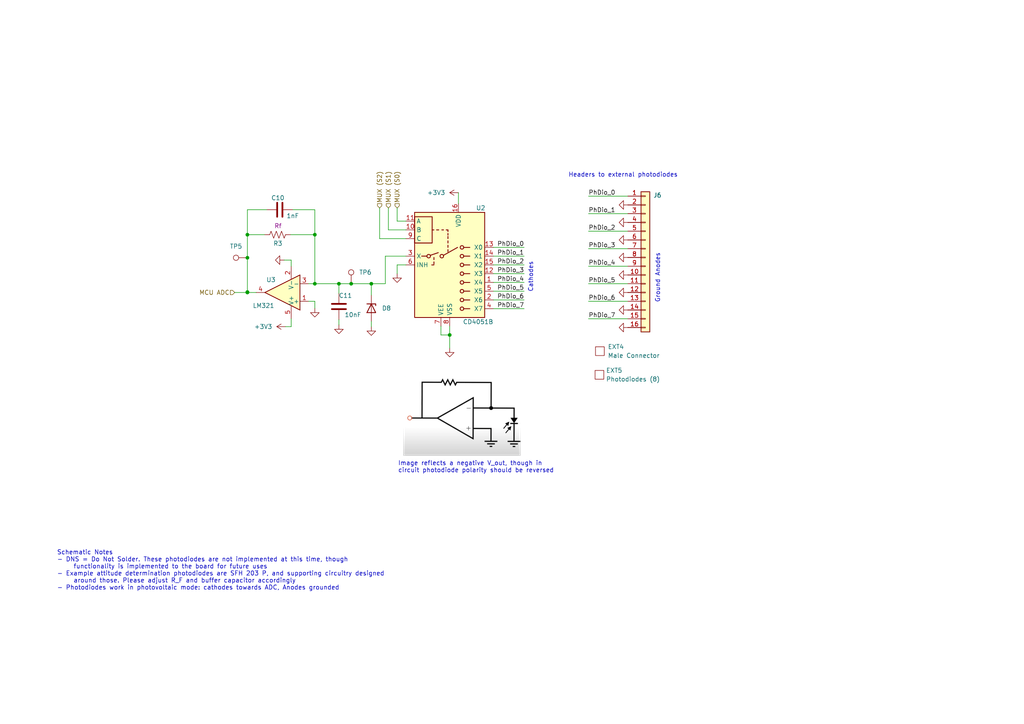
<source format=kicad_sch>
(kicad_sch (version 20211123) (generator eeschema)
  (paper "A4")
  (title_block (title "CubeSat SADA - Main") (date "2023-04-07") (rev "V1.0") (company "Cal Poly, SLO"))
  (lib_symbols
    (symbol "0_custom:{lt}name{gt}"
      (property "Reference" "EXT" (at -1.27 2.54 0))
      (property "Value" "{lt}name{gt}" (at 0 -2.54 0))
      (symbol "{lt}name{gt}_0_1"
        (rectangle (start -1.27 1.27) (end 1.27 -1.27))
      )
    )
    (symbol "Amplifier_Operational:LMV321" (pin_names (offset 0.127))
      (property "Reference" "U" (at 0 5.08 0))
      (property "Value" "LMV321" (at 0 -5.08 0))
      (symbol "LMV321_0_1"
        (polyline (pts (xy -5.08 5.08) (xy 5.08 0) (xy -5.08 -5.08) (xy -5.08 5.08)) (stroke (width 0.254)) (fill (type background)))
        (pin power_in line (at -2.54 -7.62 90) (length 3.81) (name "V-") (number "2"))
        (pin power_in line (at -2.54 7.62 270) (length 3.81) (name "V+") (number "5"))
      )
      (symbol "LMV321_1_1"
        (pin input line (at -7.62 2.54 0) (length 2.54) (name "+") (number "1"))
        (pin input line (at -7.62 -2.54 0) (length 2.54) (name "-") (number "3"))
        (pin output line (at 7.62 0 180) (length 2.54) (name "~") (number "4"))
      )
    )
    (symbol "Analog_Switch:CD4051B"
      (property "Reference" "U" (at -10.16 16.51 0))
      (property "Value" "CD4051B" (at 3.81 16.51 0))
      (symbol "CD4051B_0_1"
        (rectangle (start -10.16 6.35) (end -5.08 13.97) (stroke (width 0.254)))
        (rectangle (start -10.16 15.24) (end 10.16 -15.24) (stroke (width 0.254)) (fill (type background)))
        (circle (center -6.096 2.54) (radius 0.508) (stroke (width 0.254)))
        (circle (center -2.286 2.54) (radius 0.508) (stroke (width 0.254)))
        (polyline (pts (xy -8.128 2.54) (xy -6.604 2.54)) (stroke (width 0.254)))
        (polyline (pts (xy -5.588 2.794) (xy -3.302 3.556)) (stroke (width 0.254)))
        (polyline (pts (xy -4.572 0) (xy -5.207 0)) (stroke (width 0.254)))
        (polyline (pts (xy -4.572 0.254) (xy -4.572 0.889)) (stroke (width 0.254)))
        (polyline (pts (xy -4.572 1.524) (xy -4.572 2.159)) (stroke (width 0.254)))
        (polyline (pts (xy -4.572 10.16) (xy -5.08 10.16)) (stroke (width 0.254)))
        (polyline (pts (xy -3.81 10.16) (xy -3.175 10.16)) (stroke (width 0.254)))
        (polyline (pts (xy -1.778 2.794) (xy 2.286 5.08)) (stroke (width 0.254)))
        (polyline (pts (xy -1.778 10.16) (xy -2.286 10.16)) (stroke (width 0.254)))
        (polyline (pts (xy -0.508 3.81) (xy -0.508 4.445)) (stroke (width 0.254)))
        (polyline (pts (xy -0.508 5.08) (xy -0.508 5.715)) (stroke (width 0.254)))
        (polyline (pts (xy -0.508 6.35) (xy -0.508 6.985)) (stroke (width 0.254)))
        (polyline (pts (xy -0.508 7.62) (xy -0.508 8.255)) (stroke (width 0.254)))
        (polyline (pts (xy -0.508 8.636) (xy -0.508 9.144)) (stroke (width 0.254)))
        (polyline (pts (xy -0.508 9.652) (xy -0.508 10.16)) (stroke (width 0.254)))
        (polyline (pts (xy -0.508 10.16) (xy -1.016 10.16)) (stroke (width 0.254)))
        (polyline (pts (xy 4.064 -12.7) (xy 5.842 -12.7)) (stroke (width 0.254)))
        (polyline (pts (xy 4.064 -10.16) (xy 5.842 -10.16)) (stroke (width 0.254)))
        (polyline (pts (xy 4.064 -7.62) (xy 5.842 -7.62)) (stroke (width 0.254)))
        (polyline (pts (xy 4.064 -5.08) (xy 5.842 -5.08)) (stroke (width 0.254)))
        (polyline (pts (xy 4.064 -2.54) (xy 5.842 -2.54)) (stroke (width 0.254)))
        (polyline (pts (xy 4.064 0) (xy 5.842 0)) (stroke (width 0.254)))
        (polyline (pts (xy 4.064 2.54) (xy 5.842 2.54)) (stroke (width 0.254)))
        (polyline (pts (xy 4.064 5.08) (xy 5.842 5.08)) (stroke (width 0.254)))
        (circle (center 3.556 -12.7) (radius 0.508) (stroke (width 0.254)))
        (circle (center 3.556 -10.16) (radius 0.508) (stroke (width 0.254)))
        (circle (center 3.556 -7.62) (radius 0.508) (stroke (width 0.254)))
        (circle (center 3.556 -5.08) (radius 0.508) (stroke (width 0.254)))
        (circle (center 3.556 -2.54) (radius 0.508) (stroke (width 0.254)))
        (circle (center 3.556 0) (radius 0.508) (stroke (width 0.254)))
        (circle (center 3.556 2.54) (radius 0.508) (stroke (width 0.254)))
        (circle (center 3.556 5.08) (radius 0.508) (stroke (width 0.254)))
      )
      (symbol "CD4051B_1_1"
        (pin bidirectional line (at 12.7 -5.08 180) (length 2.54) (name "X4") (number "1"))
        (pin input line (at -12.7 10.16 0) (length 2.54) (name "B") (number "10"))
        (pin input line (at -12.7 12.7 0) (length 2.54) (name "A") (number "11"))
        (pin bidirectional line (at 12.7 -2.54 180) (length 2.54) (name "X3") (number "12"))
        (pin bidirectional line (at 12.7 5.08 180) (length 2.54) (name "X0") (number "13"))
        (pin bidirectional line (at 12.7 2.54 180) (length 2.54) (name "X1") (number "14"))
        (pin bidirectional line (at 12.7 0 180) (length 2.54) (name "X2") (number "15"))
        (pin power_in line (at 2.54 17.78 270) (length 2.54) (name "VDD") (number "16"))
        (pin bidirectional line (at 12.7 -10.16 180) (length 2.54) (name "X6") (number "2"))
        (pin bidirectional line (at -12.7 2.54 0) (length 2.54) (name "X") (number "3"))
        (pin bidirectional line (at 12.7 -12.7 180) (length 2.54) (name "X7") (number "4"))
        (pin bidirectional line (at 12.7 -7.62 180) (length 2.54) (name "X5") (number "5"))
        (pin input line (at -12.7 0 0) (length 2.54) (name "INH") (number "6"))
        (pin power_in line (at -2.54 -17.78 90) (length 2.54) (name "VEE") (number "7"))
        (pin power_in line (at 0 -17.78 90) (length 2.54) (name "VSS") (number "8"))
        (pin input line (at -12.7 7.62 0) (length 2.54) (name "C") (number "9"))
      )
    )
    (symbol "Connector:TestPoint" (pin_numbers hide) (pin_names (offset 0.762) hide)
      (property "Reference" "TP" (at 0 6.858 0))
      (property "Value" "TestPoint" (at 0 5.08 0))
      (symbol "TestPoint_0_1"
        (circle (center 0 3.302) (radius 0.762))
      )
      (symbol "TestPoint_1_1"
        (pin passive line (at 0 0 90) (length 2.54) (name "1") (number "1"))
      )
    )
    (symbol "Connector_Generic:Conn_01x16" (pin_names (offset 1.016) hide)
      (property "Reference" "J" (at 0 20.32 0))
      (property "Value" "Conn_01x16" (at 0 -22.86 0))
      (symbol "Conn_01x16_1_1"
        (rectangle (start -1.27 -20.193) (end 0 -20.447) (stroke (width 0.1524)))
        (rectangle (start -1.27 -17.653) (end 0 -17.907) (stroke (width 0.1524)))
        (rectangle (start -1.27 -15.113) (end 0 -15.367) (stroke (width 0.1524)))
        (rectangle (start -1.27 -12.573) (end 0 -12.827) (stroke (width 0.1524)))
        (rectangle (start -1.27 -10.033) (end 0 -10.287) (stroke (width 0.1524)))
        (rectangle (start -1.27 -7.493) (end 0 -7.747) (stroke (width 0.1524)))
        (rectangle (start -1.27 -4.953) (end 0 -5.207) (stroke (width 0.1524)))
        (rectangle (start -1.27 -2.413) (end 0 -2.667) (stroke (width 0.1524)))
        (rectangle (start -1.27 0.127) (end 0 -0.127) (stroke (width 0.1524)))
        (rectangle (start -1.27 2.667) (end 0 2.413) (stroke (width 0.1524)))
        (rectangle (start -1.27 5.207) (end 0 4.953) (stroke (width 0.1524)))
        (rectangle (start -1.27 7.747) (end 0 7.493) (stroke (width 0.1524)))
        (rectangle (start -1.27 10.287) (end 0 10.033) (stroke (width 0.1524)))
        (rectangle (start -1.27 12.827) (end 0 12.573) (stroke (width 0.1524)))
        (rectangle (start -1.27 15.367) (end 0 15.113) (stroke (width 0.1524)))
        (rectangle (start -1.27 17.907) (end 0 17.653) (stroke (width 0.1524)))
        (rectangle (start -1.27 19.05) (end 1.27 -21.59) (stroke (width 0.254)) (fill (type background)))
        (pin passive line (at -5.08 17.78 0) (length 3.81) (name "Pin_1") (number "1"))
        (pin passive line (at -5.08 -5.08 0) (length 3.81) (name "Pin_10") (number "10"))
        (pin passive line (at -5.08 -7.62 0) (length 3.81) (name "Pin_11") (number "11"))
        (pin passive line (at -5.08 -10.16 0) (length 3.81) (name "Pin_12") (number "12"))
        (pin passive line (at -5.08 -12.7 0) (length 3.81) (name "Pin_13") (number "13"))
        (pin passive line (at -5.08 -15.24 0) (length 3.81) (name "Pin_14") (number "14"))
        (pin passive line (at -5.08 -17.78 0) (length 3.81) (name "Pin_15") (number "15"))
        (pin passive line (at -5.08 -20.32 0) (length 3.81) (name "Pin_16") (number "16"))
        (pin passive line (at -5.08 15.24 0) (length 3.81) (name "Pin_2") (number "2"))
        (pin passive line (at -5.08 12.7 0) (length 3.81) (name "Pin_3") (number "3"))
        (pin passive line (at -5.08 10.16 0) (length 3.81) (name "Pin_4") (number "4"))
        (pin passive line (at -5.08 7.62 0) (length 3.81) (name "Pin_5") (number "5"))
        (pin passive line (at -5.08 5.08 0) (length 3.81) (name "Pin_6") (number "6"))
        (pin passive line (at -5.08 2.54 0) (length 3.81) (name "Pin_7") (number "7"))
        (pin passive line (at -5.08 0 0) (length 3.81) (name "Pin_8") (number "8"))
        (pin passive line (at -5.08 -2.54 0) (length 3.81) (name "Pin_9") (number "9"))
      )
    )
    (symbol "Device:C" (pin_numbers hide) (pin_names (offset 0.254))
      (property "Reference" "C" (at 0.635 2.54 0))
      (property "Value" "C" (at 0.635 -2.54 0))
      (symbol "C_0_1"
        (polyline (pts (xy -2.032 -0.762) (xy 2.032 -0.762)) (stroke (width 0.508)))
        (polyline (pts (xy -2.032 0.762) (xy 2.032 0.762)) (stroke (width 0.508)))
      )
      (symbol "C_1_1"
        (pin passive line (at 0 3.81 270) (length 2.794) (name "~") (number "1"))
        (pin passive line (at 0 -3.81 90) (length 2.794) (name "~") (number "2"))
      )
    )
    (symbol "Device:R_US" (pin_numbers hide) (pin_names (offset 0))
      (property "Reference" "R" (at 2.54 0 90))
      (property "Value" "R_US" (at -2.54 0 90))
      (symbol "R_US_0_1"
        (polyline (pts (xy 0 -2.286) (xy 0 -2.54)))
        (polyline (pts (xy 0 2.286) (xy 0 2.54)))
        (polyline (pts (xy 0 -0.762) (xy 1.016 -1.143) (xy 0 -1.524) (xy -1.016 -1.905) (xy 0 -2.286)))
        (polyline (pts (xy 0 0.762) (xy 1.016 0.381) (xy 0 0) (xy -1.016 -0.381) (xy 0 -0.762)))
        (polyline (pts (xy 0 2.286) (xy 1.016 1.905) (xy 0 1.524) (xy -1.016 1.143) (xy 0 0.762)))
      )
      (symbol "R_US_1_1"
        (pin passive line (at 0 3.81 270) (length 1.27) (name "~") (number "1"))
        (pin passive line (at 0 -3.81 90) (length 1.27) (name "~") (number "2"))
      )
    )
    (symbol "Diode:ESD5Zxx" (pin_numbers hide) (pin_names hide)
      (property "Reference" "D" (at 0 2.54 0))
      (property "Value" "ESD5Zxx" (at 0 -2.54 0))
      (symbol "ESD5Zxx_0_1"
        (polyline (pts (xy 1.27 0) (xy -1.27 0)))
        (polyline (pts (xy -1.27 -1.27) (xy -1.27 1.27) (xy -0.762 1.27)) (stroke (width 0.254)))
        (polyline (pts (xy 1.27 -1.27) (xy 1.27 1.27) (xy -1.27 0) (xy 1.27 -1.27)) (stroke (width 0.254)))
      )
      (symbol "ESD5Zxx_1_1"
        (pin passive line (at -3.81 0 0) (length 2.54) (name "K") (number "1"))
        (pin passive line (at 3.81 0 180) (length 2.54) (name "A") (number "2"))
      )
    )
    (symbol "power:+3V3" (power) (pin_names (offset 0))
      (property "Value" "+3V3" (at 0 3.556 0))
      (symbol "+3V3_0_1"
        (polyline (pts (xy -0.762 1.27) (xy 0 2.54)))
        (polyline (pts (xy 0 0) (xy 0 2.54)))
        (polyline (pts (xy 0 2.54) (xy 0.762 1.27)))
      )
      (symbol "+3V3_1_1"
        (pin power_in line (at 0 0 90) (length 0) hide (name "+3V3") (number "1"))
      )
    )
    (symbol "power:GND" (power) (pin_names (offset 0))
      (property "Value" "GND" (at 0 -3.81 0))
      (symbol "GND_0_1"
        (polyline (pts (xy 0 0) (xy 0 -1.27) (xy 1.27 -1.27) (xy 0 -2.54) (xy -1.27 -1.27) (xy 0 -1.27)))
      )
      (symbol "GND_1_1"
        (pin power_in line (at 0 0 270) (length 0) hide (name "GND") (number "1"))
      )
    )
  )
  (junction (at 107.696 82.296))
  (junction (at 130.429 97.155))
  (junction (at 71.755 84.709))
  (junction (at 91.313 68.072))
  (junction (at 101.854 82.296))
  (junction (at 71.755 68.072))
  (junction (at 98.298 82.296))
  (junction (at 91.313 82.296))
  (junction (at 71.755 74.7575))
  (junction (at 71.755 84.836))
  (wire (pts (xy 71.755 68.072) (xy 71.755 74.7575)))
  (wire (pts (xy 143.129 89.535) (xy 152.019 89.535)))
  (wire (pts (xy 115.189 79.375) (xy 115.189 76.835)))
  (wire (pts (xy 110.109 69.215) (xy 117.729 69.215)))
  (wire (pts (xy 170.688 61.976) (xy 182.118 61.976)))
  (wire (pts (xy 111.76 74.295) (xy 111.76 82.296)))
  (wire (pts (xy 91.313 60.833) (xy 91.313 68.072)))
  (wire (pts (xy 143.129 79.375) (xy 152.019 79.375)))
  (wire (pts (xy 143.129 74.295) (xy 152.019 74.295)))
  (wire (pts (xy 170.688 87.376) (xy 182.118 87.376)))
  (wire (pts (xy 77.343 60.833) (xy 71.755 60.833)))
  (wire (pts (xy 170.688 67.056) (xy 182.118 67.056)))
  (wire (pts (xy 98.298 82.296) (xy 101.854 82.296)))
  (wire (pts (xy 82.423 75.438) (xy 84.455 75.438)))
  (wire (pts (xy 84.455 92.456) (xy 84.455 94.742)))
  (wire (pts (xy 143.129 86.995) (xy 152.019 86.995)))
  (wire (pts (xy 170.688 77.216) (xy 182.118 77.216)))
  (wire (pts (xy 130.429 94.615) (xy 130.429 97.155)))
  (wire (pts (xy 89.535 82.296) (xy 91.313 82.296)))
  (wire (pts (xy 98.298 92.71) (xy 98.298 94.234)))
  (wire (pts (xy 143.129 84.455) (xy 152.019 84.455)))
  (wire (pts (xy 84.963 60.833) (xy 91.313 60.833)))
  (wire (pts (xy 130.429 97.155) (xy 127.889 97.155)))
  (wire (pts (xy 107.696 93.218) (xy 107.696 94.742)))
  (wire (pts (xy 91.313 87.376) (xy 89.535 87.376)))
  (wire (pts (xy 127.889 97.155) (xy 127.889 94.615)))
  (wire (pts (xy 98.298 82.296) (xy 98.298 85.09)))
  (wire (pts (xy 115.189 76.835) (xy 117.729 76.835)))
  (wire (pts (xy 170.688 56.896) (xy 182.118 56.896)))
  (wire (pts (xy 84.328 68.072) (xy 91.313 68.072)))
  (wire (pts (xy 84.455 94.742) (xy 82.804 94.742)))
  (wire (pts (xy 74.295 84.836) (xy 71.755 84.836)))
  (wire (pts (xy 115.189 60.325) (xy 115.189 64.135)))
  (wire (pts (xy 130.429 97.155) (xy 130.429 100.965)))
  (wire (pts (xy 84.455 75.438) (xy 84.455 77.216)))
  (wire (pts (xy 143.129 81.915) (xy 152.019 81.915)))
  (wire (pts (xy 71.755 68.072) (xy 76.708 68.072)))
  (wire (pts (xy 112.649 66.675) (xy 112.649 60.325)))
  (wire (pts (xy 132.969 55.88) (xy 132.969 59.055)))
  (wire (pts (xy 91.313 82.296) (xy 98.298 82.296)))
  (wire (pts (xy 68.072 84.836) (xy 71.755 84.836)))
  (wire (pts (xy 71.755 60.833) (xy 71.755 68.072)))
  (wire (pts (xy 170.688 82.296) (xy 182.118 82.296)))
  (wire (pts (xy 115.189 64.135) (xy 117.729 64.135)))
  (wire (pts (xy 107.696 82.296) (xy 107.696 85.598)))
  (wire (pts (xy 91.313 68.072) (xy 91.313 82.296)))
  (wire (pts (xy 107.696 82.296) (xy 111.76 82.296)))
  (wire (pts (xy 110.109 60.325) (xy 110.109 69.215)))
  (wire (pts (xy 112.649 66.675) (xy 117.729 66.675)))
  (wire (pts (xy 143.129 71.755) (xy 152.019 71.755)))
  (wire (pts (xy 143.129 76.835) (xy 152.019 76.835)))
  (wire (pts (xy 71.755 74.7575) (xy 71.755 84.709)))
  (wire (pts (xy 170.688 72.136) (xy 182.118 72.136)))
  (wire (pts (xy 117.729 74.295) (xy 111.76 74.295)))
  (wire (pts (xy 170.688 92.456) (xy 182.118 92.456)))
  (wire (pts (xy 101.854 82.296) (xy 107.696 82.296)))
  (wire (pts (xy 91.313 89.408) (xy 91.313 87.376)))
  (image (at 133.985 120.65) (scale 0.548586))
  (text "Headers to external photodiodes\n" (at 164.846 51.562 0) (effects (font (size 1.27 1.27)) (justify left bottom)))
  (text "Image reflects a negative V_out, though in \ncircuit photodiode polarity should be reversed" (at 115.443 137.287 0) (effects (font (size 1.27 1.27)) (justify left bottom)))
  (text "Cathodes" (at 154.686 84.836 90) (effects (font (size 1.27 1.27)) (justify left bottom)))
  (text "Ground Anodes" (at 191.516 87.884 90) (effects (font (size 1.27 1.27)) (justify left bottom)))
  (text "Schematic Notes\n- DNS = Do Not Solder. These photodiodes are not implemented at this time, though\n	functionality is implemented to the board for future uses\n- Example attitude determination photodiodes are SFH 203 P, and supporting circuitry designed\n	around those. Please adjust R_F and buffer capacitor accordingly\n- Photodiodes work in photovoltaic mode: cathodes towards ADC, Anodes grounded" (at 16.51 171.323 0) (effects (font (size 1.27 1.27)) (justify left bottom)))
  (label "PhDio_1" (at 170.688 61.976 0))
  (label "PhDio_4" (at 152.019 81.915 180))
  (label "PhDio_0" (at 152.019 71.755 180))
  (label "PhDio_6" (at 170.688 87.376 0))
  (label "PhDio_5" (at 170.688 82.296 0))
  (label "PhDio_3" (at 152.019 79.375 180))
  (label "PhDio_2" (at 152.019 76.835 180))
  (label "PhDio_4" (at 170.688 77.216 0))
  (label "PhDio_3" (at 170.688 72.136 0))
  (label "PhDio_7" (at 170.688 92.456 0))
  (label "PhDio_6" (at 152.019 86.995 180))
  (label "PhDio_7" (at 152.019 89.535 180))
  (label "PhDio_2" (at 170.688 67.056 0))
  (label "PhDio_1" (at 152.019 74.295 180))
  (label "PhDio_5" (at 152.019 84.455 180))
  (label "PhDio_0" (at 170.688 56.896 0))
  (hierarchical_label "MUX (S1)" (shape input) (at 112.649 60.325 90))
  (hierarchical_label "MUX (S2)" (shape input) (at 110.109 60.325 90))
  (hierarchical_label "MCU ADC" (shape input) (at 68.072 84.836 180))
  (hierarchical_label "MUX (S0)" (shape input) (at 115.189 60.325 90))
  (symbol (lib_id "power:GND") (at 130.429 100.965 0) (unit 1)
    (property "Reference" "#PWR043" (effects hide))
    (property "Value" "GND" (effects hide))
  )
  (symbol (lib_id "Device:C") (at 98.298 88.9 0) (unit 1)
    (property "Reference" "C11" (at 100.203 85.725 0))
    (property "Value" "10nF" (at 102.362 91.313 0))
    (property "Footprint" "Capacitor_SMD:C_0402_1005Metric" (effects hide))
    (property "MPN" "GRT155R71C103KE01J" (effects hide))
  )
  (symbol (lib_id "Connector_Generic:Conn_01x16") (at 187.198 74.676 0) (unit 1)
    (property "Reference" "J6" (at 189.484 56.642 0) (effects (justify left)))
    (property "Value" "Conn_01x16" (effects hide))
    (property "Footprint" "Miles Added:CON16_1X16_DUH_HPI125_TYC" (effects hide))
    (property "MPN" "1-292230-6" (effects hide))
  )
  (symbol (lib_id "power:GND") (at 182.118 59.436 270) (mirror x) (unit 1)
    (property "Reference" "#PWR029" (effects hide))
    (property "Value" "GND" (effects hide))
  )
  (symbol (lib_id "Device:C") (at 81.153 60.833 90) (mirror x) (unit 1)
    (property "Reference" "C10" (at 82.55 57.404 90) (effects (justify left)))
    (property "Value" "1nF" (at 86.741 62.611 90) (effects (justify left)))
    (property "Footprint" "Resistor_SMD:R_0402_1005Metric" (effects hide))
    (property "MPN" "GCM155R71H102KA37J" (effects hide))
  )
  (symbol (lib_id "power:GND") (at 98.298 94.234 0) (mirror y) (unit 1)
    (property "Reference" "#PWR039" (effects hide))
    (property "Value" "GND" (effects hide))
  )
  (symbol (lib_id "power:+3V3") (at 132.969 55.88 90) (unit 1)
    (property "Reference" "#PWR028" (effects hide))
    (property "Value" "+3V3" (at 129.159 55.8799 90) (effects (justify left)))
  )
  (symbol (lib_id "power:GND") (at 107.696 94.742 0) (mirror y) (unit 1)
    (property "Reference" "#PWR041" (effects hide))
    (property "Value" "GND" (effects hide))
  )
  (symbol (lib_id "power:GND") (at 182.118 74.676 270) (mirror x) (unit 1)
    (property "Reference" "#PWR032" (effects hide))
    (property "Value" "GND" (effects hide))
  )
  (symbol (lib_id "Connector:TestPoint") (at 71.755 74.7575 90) (unit 1)
    (property "Reference" "TP5" (at 68.453 71.4555 90))
    (property "Value" "TestPoint" (effects hide))
    (property "Footprint" "TestPoint:TestPoint_Pad_D1.0mm" (effects hide))
  )
  (symbol (lib_id "power:GND") (at 182.118 64.516 270) (mirror x) (unit 1)
    (property "Reference" "#PWR030" (effects hide))
    (property "Value" "GND" (effects hide))
  )
  (symbol (lib_id "Connector:TestPoint") (at 101.854 82.296 0) (unit 1)
    (property "Reference" "TP6" (at 104.14 78.9939 0) (effects (justify left)))
    (property "Value" "TestPoint" (effects hide))
    (property "Footprint" "TestPoint:TestPoint_Pad_D1.0mm" (effects hide))
  )
  (symbol (lib_id "0_custom:{lt}name{gt}") (at 173.863 108.712 0) (unit 1)
    (property "Reference" "EXT5" (at 175.768 107.4419 0) (effects (justify left)))
    (property "Value" "Photodiodes (8)" (at 175.768 109.9819 0) (effects (justify left)))
    (property "Footprint" "0_custom:EXT_no_footprint" (effects hide))
    (property "MPN" "SFH 203 P" (effects hide))
  )
  (symbol (lib_id "power:GND") (at 91.313 89.408 0) (mirror y) (unit 1)
    (property "Reference" "#PWR037" (effects hide))
    (property "Value" "GND" (effects hide))
  )
  (symbol (lib_id "0_custom:{lt}name{gt}") (at 173.99 101.854 0) (unit 1)
    (property "Reference" "EXT4" (at 176.276 100.5839 0) (effects (justify left)))
    (property "Value" "Male Connector" (at 176.276 103.1239 0) (effects (justify left)))
    (property "Footprint" "0_custom:EXT_no_footprint" (effects hide))
    (property "MPN" "1-353293-6" (effects hide))
  )
  (symbol (lib_id "Diode:ESD5Zxx") (at 107.696 89.408 270) (unit 1)
    (property "Reference" "D8" (at 110.744 89.4079 90) (effects (justify left)))
    (property "Value" "TVS" (effects hide))
    (property "Footprint" "Diode_SMD:D_0402_1005Metric" (effects hide))
    (property "MPN" "ESD321DPYR" (effects hide))
  )
  (symbol (lib_id "power:GND") (at 182.118 79.756 270) (mirror x) (unit 1)
    (property "Reference" "#PWR035" (effects hide))
    (property "Value" "GND" (effects hide))
  )
  (symbol (lib_id "power:GND") (at 182.118 84.836 270) (mirror x) (unit 1)
    (property "Reference" "#PWR036" (effects hide))
    (property "Value" "GND" (effects hide))
  )
  (symbol (lib_id "power:GND") (at 115.189 79.375 0) (unit 1)
    (property "Reference" "#PWR034" (effects hide))
    (property "Value" "GND" (effects hide))
  )
  (symbol (lib_id "power:GND") (at 82.423 75.438 270) (unit 1)
    (property "Reference" "#PWR033" (effects hide))
    (property "Value" "GND" (effects hide))
  )
  (symbol (lib_id "Device:R_US") (at 80.518 68.072 270) (unit 1)
    (property "Reference" "R3" (at 79.248 70.612 90) (effects (justify left)))
    (property "Value" "200k" (effects hide))
    (property "Footprint" "Resistor_SMD:R_0603_1608Metric_Pad0.98x0.95mm_HandSolder" (effects hide))
    (property "MPN" "AC0603FR-07200KL" (effects hide))
    (property "Name" "Rf" (at 80.645 65.532 90))
  )
  (symbol (lib_id "Analog_Switch:CD4051B") (at 130.429 76.835 0) (unit 1)
    (property "Reference" "U2" (at 138.049 60.325 0) (effects (justify left)))
    (property "Value" "CD4051B" (at 134.239 93.345 0) (effects (justify left)))
    (property "Footprint" "Miles Added:PW0016A_L" (effects hide))
    (property "Datasheet" "http://www.ti.com/lit/ds/symlink/cd4052b.pdf" (effects hide))
    (property "MPN" "CD4051BQPWRG4Q1" (effects hide))
  )
  (symbol (lib_id "power:GND") (at 182.118 94.996 270) (mirror x) (unit 1)
    (property "Reference" "#PWR042" (effects hide))
    (property "Value" "GND" (effects hide))
  )
  (symbol (lib_id "power:GND") (at 182.118 69.596 270) (mirror x) (unit 1)
    (property "Reference" "#PWR031" (effects hide))
    (property "Value" "GND" (effects hide))
  )
  (symbol (lib_id "power:+3V3") (at 82.804 94.742 90) (unit 1)
    (property "Reference" "#PWR040" (effects hide))
    (property "Value" "+3V3" (at 78.994 94.7419 90) (effects (justify left)))
  )
  (symbol (lib_id "Amplifier_Operational:LMV321") (at 81.915 84.836 180) (unit 1)
    (property "Reference" "U3" (at 77.216 81.153 0) (effects (justify right)))
    (property "Value" "LM321" (at 73.279 88.646 0) (effects (justify right)))
    (property "Footprint" "Package_TO_SOT_SMD:SOT-23-5" (effects hide))
    (property "Datasheet" "https://www.ti.com/general/docs/suppproductinfo.tsp?distId=10&gotoUrl=https%3A%2F%2Fwww.ti.com%2Flit%2Fgpn%2Flm321lv" (effects hide))
    (property "MPN" "LM321LVIDBVR" (effects hide))
  )
  (symbol (lib_id "power:GND") (at 182.118 89.916 270) (mirror x) (unit 1)
    (property "Reference" "#PWR038" (effects hide))
    (property "Value" "GND" (effects hide))
  )
)
</source>
